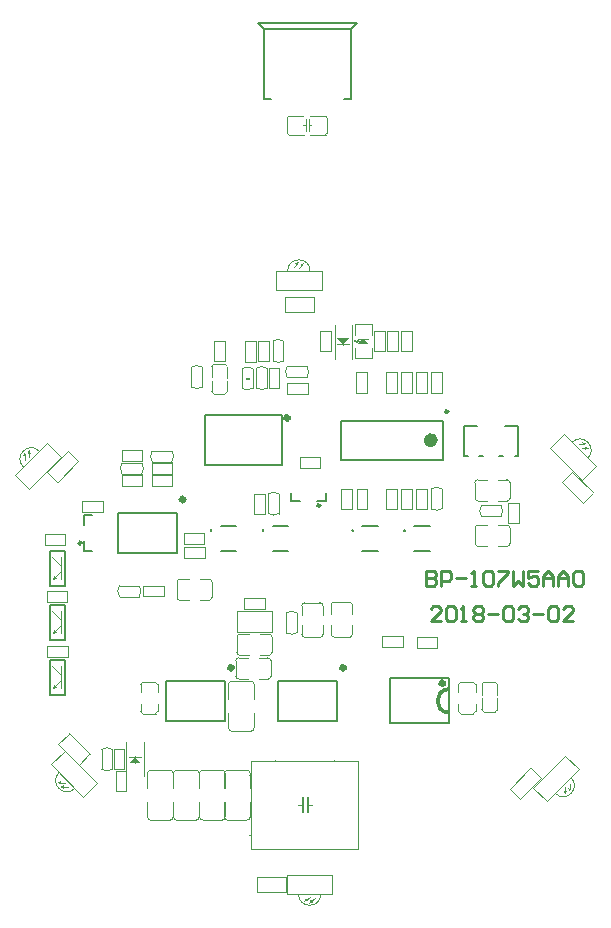
<source format=gto>
%FSLAX25Y25*%
%MOIN*%
G70*
G01*
G75*
%ADD10C,0.00787*%
%ADD11C,0.01181*%
%ADD12C,0.01969*%
%ADD13O,0.07874X0.11811*%
%ADD14O,0.15748X0.11811*%
%ADD15R,0.03543X0.02362*%
%ADD16R,0.02362X0.01969*%
%ADD17R,0.04921X0.02756*%
%ADD18R,0.02756X0.04921*%
%ADD19R,0.01969X0.02362*%
%ADD20R,0.06693X0.03543*%
%ADD21O,0.02362X0.05512*%
%ADD22R,0.03543X0.03937*%
%ADD23R,0.01575X0.04724*%
%ADD24R,0.03150X0.07874*%
%ADD25R,0.02362X0.07874*%
%ADD26O,0.07480X0.12992*%
G04:AMPARAMS|DCode=27|XSize=23.62mil|YSize=35.43mil|CornerRadius=0mil|HoleSize=0mil|Usage=FLASHONLY|Rotation=135.000|XOffset=0mil|YOffset=0mil|HoleType=Round|Shape=Rectangle|*
%AMROTATEDRECTD27*
4,1,4,0.02088,0.00418,-0.00418,-0.02088,-0.02088,-0.00418,0.00418,0.02088,0.02088,0.00418,0.0*
%
%ADD27ROTATEDRECTD27*%

%ADD28R,0.02362X0.03543*%
%ADD29R,0.01969X0.01575*%
%ADD30R,0.03937X0.03543*%
%ADD31R,0.01575X0.03937*%
%ADD32O,0.02362X0.07874*%
%ADD33R,0.02362X0.05512*%
%ADD34R,0.03150X0.05118*%
%ADD35R,0.03937X0.02756*%
G04:AMPARAMS|DCode=36|XSize=23.62mil|YSize=35.43mil|CornerRadius=0mil|HoleSize=0mil|Usage=FLASHONLY|Rotation=225.000|XOffset=0mil|YOffset=0mil|HoleType=Round|Shape=Rectangle|*
%AMROTATEDRECTD36*
4,1,4,-0.00418,0.02088,0.02088,-0.00418,0.00418,-0.02088,-0.02088,0.00418,-0.00418,0.02088,0.0*
%
%ADD36ROTATEDRECTD36*%

%ADD37R,0.04724X0.03543*%
%ADD38R,0.03937X0.04724*%
G04:AMPARAMS|DCode=39|XSize=19.69mil|YSize=39.37mil|CornerRadius=0mil|HoleSize=0mil|Usage=FLASHONLY|Rotation=45.000|XOffset=0mil|YOffset=0mil|HoleType=Round|Shape=Rectangle|*
%AMROTATEDRECTD39*
4,1,4,0.00696,-0.02088,-0.02088,0.00696,-0.00696,0.02088,0.02088,-0.00696,0.00696,-0.02088,0.0*
%
%ADD39ROTATEDRECTD39*%

G04:AMPARAMS|DCode=40|XSize=19.69mil|YSize=39.37mil|CornerRadius=0mil|HoleSize=0mil|Usage=FLASHONLY|Rotation=135.000|XOffset=0mil|YOffset=0mil|HoleType=Round|Shape=Rectangle|*
%AMROTATEDRECTD40*
4,1,4,0.02088,0.00696,-0.00696,-0.02088,-0.02088,-0.00696,0.00696,0.02088,0.02088,0.00696,0.0*
%
%ADD40ROTATEDRECTD40*%

%ADD41R,0.01969X0.03937*%
%ADD42C,0.07874*%
%ADD43C,0.03937*%
%ADD44C,0.05906*%
%ADD45C,0.04724*%
%ADD46C,0.11811*%
%ADD47R,0.09645X0.14900*%
%ADD48R,0.29300X0.12570*%
%ADD49R,0.06400X0.17200*%
%ADD50R,0.19291X0.03830*%
%ADD51R,0.05906X0.13780*%
%ADD52R,0.08661X0.14173*%
%ADD53R,0.05512X0.13780*%
%ADD54R,0.14567X0.16142*%
%ADD55R,0.15182X0.11426*%
%ADD56R,0.05300X0.03507*%
%ADD57R,0.24200X0.17200*%
%ADD58O,0.05906X0.07874*%
%ADD59C,0.02362*%
%ADD60C,0.09843*%
%ADD61O,0.07874X0.05906*%
%ADD62R,0.07874X0.05906*%
%ADD63R,0.07500X0.30800*%
%ADD64R,0.10581X0.53500*%
%ADD65C,0.00394*%
%ADD66C,0.00197*%
%ADD67C,0.00984*%
%ADD68C,0.01000*%
%ADD69C,0.02362*%
%ADD70C,0.00591*%
%ADD71C,0.00800*%
%ADD72C,0.00500*%
%ADD73C,0.00200*%
%ADD74C,0.00400*%
G36*
X-82445Y-60793D02*
X-82237Y-61335D01*
X-83698Y-60793D01*
X-82306Y-60236D01*
X-82445Y-60793D01*
D02*
G37*
G36*
X87054Y-64009D02*
X86497Y-62617D01*
X87054Y-62757D01*
X87597Y-62548D01*
X87054Y-64009D01*
D02*
G37*
G36*
X-93997Y48001D02*
X-94554Y48141D01*
X-95097Y47932D01*
X-94554Y49393D01*
X-93997Y48001D01*
D02*
G37*
G36*
X-55791Y-54181D02*
X-59791D01*
X-57791Y-52181D01*
X-55791Y-54181D01*
D02*
G37*
G36*
X-486Y-99818D02*
X46Y-100054D01*
X-1372Y-100704D01*
X-781Y-99326D01*
X-486Y-99818D01*
D02*
G37*
G36*
X1187Y-100212D02*
X1719Y-100448D01*
X302Y-101098D01*
X892Y-99720D01*
X1187Y-100212D01*
D02*
G37*
G36*
X-81541Y-62254D02*
X-81332Y-62797D01*
X-82793Y-62254D01*
X-81401Y-61697D01*
X-81541Y-62254D01*
D02*
G37*
G36*
X85593Y-64914D02*
X85036Y-63522D01*
X85593Y-63661D01*
X86136Y-63452D01*
X85593Y-64914D01*
D02*
G37*
G36*
X15265Y86174D02*
Y86843D01*
X15934D01*
X15265Y86174D01*
D02*
G37*
G36*
X19979Y85406D02*
X16633D01*
X18306Y87374D01*
X19979Y85406D01*
D02*
G37*
G36*
X-3692Y111520D02*
X-3987Y112012D01*
X-4519Y112248D01*
X-3102Y112898D01*
X-3692Y111520D01*
D02*
G37*
G36*
X-2019Y111126D02*
X-2314Y111618D01*
X-2846Y111854D01*
X-1428Y112504D01*
X-2019Y111126D01*
D02*
G37*
G36*
X93698Y50693D02*
X92306Y50136D01*
X92445Y50693D01*
X92237Y51236D01*
X93698Y50693D01*
D02*
G37*
G36*
X-92536Y48906D02*
X-93093Y49045D01*
X-93635Y48837D01*
X-93093Y50298D01*
X-92536Y48906D01*
D02*
G37*
G36*
X11556Y85371D02*
X9556Y87371D01*
X13556D01*
X11556Y85371D01*
D02*
G37*
G36*
X92793Y52154D02*
X91401Y51597D01*
X91541Y52154D01*
X91332Y52697D01*
X92793Y52154D01*
D02*
G37*
D10*
X9549Y-26853D02*
X9549Y-40239D01*
X-10136Y-26853D02*
X9549Y-26853D01*
X-10136Y-40239D02*
X-10136Y-26853D01*
Y-40239D02*
X9549D01*
X-27853Y-26853D02*
X-27853Y-40239D01*
X-47538Y-26853D02*
X-27853Y-26853D01*
X-47538Y-40239D02*
X-47538Y-26853D01*
Y-40239D02*
X-27853D01*
X6005Y32930D02*
Y35686D01*
X2856Y32930D02*
X6005D01*
X-5805D02*
Y35686D01*
Y32930D02*
X-2656D01*
X-74845Y16541D02*
X-72089D01*
X-74845D02*
Y19691D01*
Y28352D02*
X-72089D01*
X-74845Y25202D02*
Y28352D01*
X-16935Y192304D02*
X16135D01*
X-16935D02*
X-14967Y190335D01*
X14167D02*
X16135Y192304D01*
X-14967Y167107D02*
X-12400D01*
X11800D02*
X14167D01*
X-14967D02*
Y190335D01*
X14167Y167107D02*
Y190335D01*
X-14967D02*
X14167D01*
X27265Y-41026D02*
X46950D01*
X27265D02*
X27265Y-26065D01*
X46950Y-26065D01*
X46950Y-41026D01*
X10753Y59828D02*
X44709D01*
X10753Y46738D02*
X44709D01*
Y59828D01*
X10733Y46738D02*
Y59828D01*
X-63635Y15847D02*
X-43950D01*
X-63635D02*
X-63635Y29233D01*
X-43950Y29233D01*
X-43950D02*
X-43950Y15847D01*
X-1820Y-70692D02*
Y-65606D01*
X-243Y-70728D02*
Y-65642D01*
D11*
X46559Y-29628D02*
G03*
X46559Y-37463I392J-3918D01*
G01*
D12*
X11969Y-22522D02*
G03*
X11969Y-22522I-423J0D01*
G01*
X-25432D02*
G03*
X-25432Y-22522I-423J0D01*
G01*
X-6740Y60758D02*
G03*
X-6740Y60758I-423J0D01*
G01*
X45040Y-27691D02*
G03*
X45040Y-27691I-423J0D01*
G01*
X-41530Y33564D02*
G03*
X-41530Y33564I-423J0D01*
G01*
D65*
X-27900Y68775D02*
G03*
X-27113Y69562I-0J787D01*
G01*
X-32287D02*
G03*
X-31500Y68775I787J0D01*
G01*
Y78775D02*
G03*
X-32287Y77987I0J-787D01*
G01*
X-27113D02*
G03*
X-27900Y78775I-787J0D01*
G01*
X14643Y-1677D02*
G03*
X13659Y-693I-984J0D01*
G01*
X8541D02*
G03*
X7557Y-1677I0J-984D01*
G01*
X13659Y-12307D02*
G03*
X14643Y-11323I0J984D01*
G01*
X7557D02*
G03*
X8541Y-12307I984J0D01*
G01*
X4824Y-1754D02*
G03*
X3840Y-770I-984J0D01*
G01*
X-1278D02*
G03*
X-2262Y-1754I0J-984D01*
G01*
X3840Y-12384D02*
G03*
X4824Y-11400I0J984D01*
G01*
X-2262D02*
G03*
X-1278Y-12384I984J0D01*
G01*
X56480Y40220D02*
G03*
X55496Y39236I0J-984D01*
G01*
Y34118D02*
G03*
X56480Y33134I984J0D01*
G01*
X67110Y39236D02*
G03*
X66126Y40220I-984J0D01*
G01*
Y33134D02*
G03*
X67110Y34118I0J984D01*
G01*
X66224Y17962D02*
G03*
X67209Y18946I0J984D01*
G01*
Y24064D02*
G03*
X66224Y25048I-984J0D01*
G01*
X55594Y18946D02*
G03*
X56579Y17962I984J0D01*
G01*
Y25048D02*
G03*
X55594Y24064I0J-984D01*
G01*
X-42823Y7043D02*
G03*
X-43807Y6059I0J-984D01*
G01*
Y941D02*
G03*
X-42823Y-43I984J0D01*
G01*
X-32193Y6059D02*
G03*
X-33177Y7043I-984J0D01*
G01*
Y-43D02*
G03*
X-32193Y941I0J984D01*
G01*
X-22833Y-11302D02*
G03*
X-23817Y-12286I0J-984D01*
G01*
Y-17404D02*
G03*
X-22833Y-18388I984J0D01*
G01*
X-12203Y-12286D02*
G03*
X-13187Y-11302I-984J0D01*
G01*
Y-18388D02*
G03*
X-12203Y-17404I0J984D01*
G01*
X-23227Y-19176D02*
G03*
X-24211Y-20160I0J-984D01*
G01*
Y-25278D02*
G03*
X-23227Y-26262I984J0D01*
G01*
X-12597Y-20160D02*
G03*
X-13581Y-19176I-984J0D01*
G01*
Y-26262D02*
G03*
X-12597Y-25278I0J984D01*
G01*
X-52394Y-56619D02*
G03*
X-53675Y-57900I0J-1281D01*
G01*
X-45013Y-57891D02*
G03*
X-46294Y-56609I-1281J0D01*
G01*
X-53675Y-72083D02*
G03*
X-52394Y-73364I1281J0D01*
G01*
X-46294Y-73354D02*
G03*
X-45013Y-72073I0J1281D01*
G01*
X58536Y-27168D02*
G03*
X57749Y-27955I0J-787D01*
G01*
X62924D02*
G03*
X62136Y-27168I-787J0D01*
G01*
Y-37168D02*
G03*
X62924Y-36380I-0J787D01*
G01*
X57749D02*
G03*
X58536Y-37168I787J0D01*
G01*
X50002Y-37068D02*
G03*
X50769Y-37835I767J0D01*
G01*
X54943D02*
G03*
X55710Y-37068I0J767D01*
G01*
X50769Y-27288D02*
G03*
X50002Y-28055I0J-767D01*
G01*
X55710D02*
G03*
X54943Y-27288I-767J-0D01*
G01*
X-35071Y-56597D02*
G03*
X-36352Y-57878I0J-1281D01*
G01*
X-27690Y-57869D02*
G03*
X-28971Y-56587I-1281J0D01*
G01*
X-36352Y-72061D02*
G03*
X-35071Y-73342I1281J0D01*
G01*
X-28971Y-73332D02*
G03*
X-27690Y-72051I0J1281D01*
G01*
X-26750Y-56632D02*
G03*
X-28031Y-57913I0J-1281D01*
G01*
X-19369Y-57904D02*
G03*
X-20650Y-56623I-1281J0D01*
G01*
X-28031Y-72096D02*
G03*
X-26750Y-73377I1281J0D01*
G01*
X-20650Y-73368D02*
G03*
X-19369Y-72087I0J1281D01*
G01*
X-19291Y-43685D02*
G03*
X-18010Y-42404I0J1281D01*
G01*
X-26672Y-42413D02*
G03*
X-25391Y-43694I1281J0D01*
G01*
X-18010Y-28221D02*
G03*
X-19291Y-26940I-1281J0D01*
G01*
X-25390Y-26950D02*
G03*
X-26672Y-28231I0J-1281D01*
G01*
X-50195Y-28055D02*
G03*
X-50963Y-27288I-767J-0D01*
G01*
X-55137D02*
G03*
X-55904Y-28055I0J-767D01*
G01*
X-50963Y-37835D02*
G03*
X-50195Y-37068I0J767D01*
G01*
X-55904D02*
G03*
X-55137Y-37835I767J0D01*
G01*
X-43729Y-56619D02*
G03*
X-45010Y-57900I0J-1281D01*
G01*
X-36349Y-57891D02*
G03*
X-37630Y-56609I-1281J0D01*
G01*
X-45011Y-72083D02*
G03*
X-43730Y-73364I1281J0D01*
G01*
X-37630Y-73354D02*
G03*
X-36349Y-72073I0J1281D01*
G01*
X-6500Y161300D02*
G03*
X-7013Y160787I0J-513D01*
G01*
X-7005Y155714D02*
G03*
X-6492Y155201I513J0D01*
G01*
X5700Y155187D02*
G03*
X6213Y155700I-0J513D01*
G01*
X6213Y160787D02*
G03*
X5700Y161300I-513J-0D01*
G01*
X-89752Y49741D02*
G03*
X-95041Y44452I-2645J-2645D01*
G01*
X-83141Y-57452D02*
G03*
X-77852Y-62741I2645J-2645D01*
G01*
X-3340Y-97948D02*
G03*
X4140Y-97948I3740J0D01*
G01*
X82252Y-64357D02*
G03*
X87541Y-59068I2645J2645D01*
G01*
X93141Y47352D02*
G03*
X87852Y52641I-2645J2645D01*
G01*
X540Y109748D02*
G03*
X-6940Y109748I-3740J0D01*
G01*
X-31600Y68775D02*
X-28000D01*
X-27100Y69675D02*
Y73175D01*
X-32300Y69475D02*
Y73175D01*
Y74275D02*
Y78075D01*
X-27100Y74175D02*
Y77875D01*
X-31600Y78775D02*
X-28000D01*
X14643Y-4728D02*
Y-1677D01*
X8443Y-693D02*
X13659D01*
X7557Y-4728D02*
Y-1677D01*
X14643Y-11323D02*
Y-8272D01*
X8541Y-12307D02*
X13758D01*
X7557Y-11323D02*
Y-8272D01*
X4825Y-4806D02*
Y-1754D01*
X-1376Y-770D02*
X3840D01*
X-2262Y-4806D02*
Y-1754D01*
X4825Y-11400D02*
Y-8349D01*
X-1278Y-12384D02*
X3939D01*
X-2262Y-11400D02*
Y-8349D01*
X56480Y40220D02*
X59531D01*
X55496Y34020D02*
Y39236D01*
X56480Y33134D02*
X59531D01*
X63075Y40220D02*
X66126D01*
X67110Y34118D02*
Y39334D01*
X63075Y33134D02*
X66126D01*
X63173Y17962D02*
X66224D01*
X67209Y18946D02*
Y24163D01*
X63173Y25049D02*
X66224D01*
X56579Y17962D02*
X59630D01*
X55594Y18848D02*
Y24064D01*
X56579Y25049D02*
X59630D01*
X-42823Y7043D02*
X-39772D01*
X-43807Y843D02*
Y6059D01*
X-42823Y-43D02*
X-39772D01*
X-36228Y7043D02*
X-33177D01*
X-32193Y941D02*
Y6157D01*
X-36228Y-43D02*
X-33177D01*
X-22833Y-11302D02*
X-19782D01*
X-23817Y-17502D02*
Y-12286D01*
X-22833Y-18388D02*
X-19782D01*
X-16239Y-11302D02*
X-13187D01*
X-12203Y-17404D02*
Y-12187D01*
X-16239Y-18388D02*
X-13187D01*
X-23227Y-19175D02*
X-20176D01*
X-24211Y-25376D02*
Y-20160D01*
X-23227Y-26262D02*
X-20176D01*
X-16632Y-19175D02*
X-13581D01*
X-12597Y-25278D02*
Y-20061D01*
X-16632Y-26262D02*
X-13581D01*
X-52394Y-56619D02*
X-46193D01*
X-45013Y-57891D02*
X-45012Y-62624D01*
X-53676D02*
X-53675Y-57900D01*
X-45013Y-72073D02*
X-45012Y-67349D01*
X-53676D02*
X-53675Y-72083D01*
X-52495Y-73354D02*
X-46294D01*
X58636Y-27168D02*
X62236D01*
X57736Y-31568D02*
Y-28068D01*
X62936Y-31568D02*
Y-27868D01*
Y-36468D02*
Y-32668D01*
X57736Y-36268D02*
Y-32568D01*
X58636Y-37168D02*
X62236D01*
X50002Y-37068D02*
Y-34628D01*
X50789Y-37835D02*
X54943D01*
X55710Y-37068D02*
Y-34628D01*
X50002Y-30494D02*
Y-28055D01*
X50769Y-27288D02*
X54923D01*
X55710Y-30494D02*
Y-28055D01*
X-35071Y-56597D02*
X-28870D01*
X-27690Y-57869D02*
X-27689Y-62602D01*
X-36353D02*
X-36352Y-57878D01*
X-27690Y-72051D02*
X-27689Y-67327D01*
X-36353D02*
X-36352Y-72061D01*
X-35172Y-73332D02*
X-28971D01*
X-26750Y-56632D02*
X-20549D01*
X-19369Y-57904D02*
X-19368Y-62638D01*
X-28032D02*
X-28031Y-57913D01*
X-19369Y-72087D02*
X-19368Y-67362D01*
X-28032D02*
X-28031Y-72096D01*
X-26851Y-73368D02*
X-20650D01*
X-25492Y-43685D02*
X-19291D01*
X-26673Y-37679D02*
X-26672Y-42413D01*
X-18010Y-42404D02*
X-18009Y-37679D01*
X-26673Y-32955D02*
X-26672Y-28231D01*
X-18010Y-28221D02*
X-18009Y-32955D01*
X-25390Y-26950D02*
X-19190D01*
X-50195Y-30494D02*
Y-28055D01*
X-55137Y-27288D02*
X-50983D01*
X-55904Y-30494D02*
Y-28055D01*
X-50195Y-37068D02*
Y-34628D01*
X-55116Y-37835D02*
X-50963D01*
X-55904Y-37068D02*
Y-34628D01*
X-43729Y-56619D02*
X-37528D01*
X-36349Y-57891D02*
X-36347Y-62624D01*
X-45012D02*
X-45011Y-57900D01*
X-36349Y-72073D02*
X-36347Y-67349D01*
X-45012D02*
X-45011Y-72083D01*
X-43831Y-73354D02*
X-37630D01*
X91468Y32438D02*
X94933Y35903D01*
X88003Y42833D02*
X94862Y35974D01*
X84538Y39368D02*
X88003Y42833D01*
X84467Y39297D02*
X91397Y32367D01*
X-17200Y-97100D02*
Y-92200D01*
X-17100Y-97100D02*
X-7400D01*
Y-92200D01*
X-17200Y-92100D02*
X-7400D01*
X-23817Y-10514D02*
Y-3428D01*
X-23817Y-10514D02*
X-12203Y-10514D01*
X-12203D02*
Y-3427D01*
X-23817D02*
X-12203D01*
X9556Y85571D02*
X13456Y85571D01*
X11556Y87571D02*
X11556Y85171D01*
X14410Y80522D02*
X14410Y91857D01*
X8702Y80522D02*
Y91857D01*
X14410Y84812D02*
X14410Y81289D01*
X8702Y84812D02*
X8702Y81289D01*
X14410Y87568D02*
Y91090D01*
X8702D02*
X8702Y87568D01*
X21091Y92058D02*
X21091Y88556D01*
X15383Y88555D02*
X15383Y92058D01*
X21091Y92058D01*
X16277Y86711D02*
X16885Y86255D01*
X16673Y87202D02*
X19959Y87202D01*
X15599Y86508D02*
X16208Y86052D01*
X16208Y86843D01*
X15383Y80723D02*
X21091Y80723D01*
X21091Y84225D01*
X15383Y84225D02*
X15383Y80723D01*
X-7900Y96000D02*
Y100900D01*
X-7800Y96000D02*
X1900D01*
Y100900D01*
X-7900Y101000D02*
X1900D01*
X-80203Y49833D02*
X-76738Y46368D01*
X-87133Y42903D02*
X-80274Y49762D01*
X-87133Y42903D02*
X-83668Y39438D01*
X-83597Y39367D02*
X-76667Y46297D01*
X-59691Y-52381D02*
X-55791D01*
X-57791Y-54381D02*
Y-51981D01*
X-60646Y-58667D02*
Y-47333D01*
X-54937Y-58667D02*
Y-47333D01*
X-60646Y-51622D02*
Y-48100D01*
X-54937Y-51622D02*
Y-48100D01*
X-60646Y-57900D02*
Y-54378D01*
X-54937Y-57900D02*
Y-54378D01*
X-83407Y-47903D02*
X-79943Y-44438D01*
X-83337Y-47974D02*
X-76478Y-54833D01*
X-73013Y-51368D01*
X-79872Y-44367D02*
X-72942Y-51297D01*
X67138Y-62868D02*
X70603Y-66333D01*
X70674Y-66262D02*
X77533Y-59403D01*
X74068Y-55938D02*
X77533Y-59403D01*
X67067Y-62797D02*
X73997Y-55867D01*
X-6500Y161300D02*
X-1672D01*
X-7010Y155710D02*
Y160797D01*
X-6400Y155200D02*
X-1600D01*
X-913Y156324D02*
Y160504D01*
X131Y156351D02*
X135Y160461D01*
X-1724Y158300D02*
X-1184Y158304D01*
X288Y158292D02*
X977D01*
X495Y155200D02*
X5700D01*
X6213Y155700D02*
Y160786D01*
X495Y161300D02*
X5700D01*
X-97756Y41738D02*
X-87038Y52456D01*
X-82444Y47862D01*
X-97756Y41738D02*
X-93162Y37144D01*
X-82444Y47862D01*
X-94554Y48419D02*
Y48419D01*
Y46749D02*
Y48419D01*
X-93093Y47653D02*
Y49324D01*
X-93093Y49324D02*
X-93093Y49324D01*
X-82724Y-60793D02*
X-82724Y-60793D01*
X-81054D01*
X-81819Y-62254D02*
X-80149D01*
X-81819D02*
X-81819D01*
X-81262Y-50144D02*
X-70544Y-60862D01*
X-75138Y-65456D02*
X-70544Y-60862D01*
X-85856Y-54738D02*
X-81262Y-50144D01*
X-85856Y-54738D02*
X-75138Y-65456D01*
X-7179Y-97948D02*
X7979D01*
X-7179D02*
Y-91452D01*
X7979Y-97948D02*
Y-91452D01*
X-7179D02*
X7979D01*
X991Y-100409D02*
Y-100409D01*
X2172Y-99228D01*
X-683Y-100015D02*
X498Y-98834D01*
X-683Y-100015D02*
Y-100015D01*
X85593Y-63940D02*
X85593Y-63940D01*
X85593Y-63940D02*
Y-62269D01*
X87054Y-63035D02*
Y-61365D01*
Y-63035D02*
Y-63035D01*
X74944Y-62478D02*
X85662Y-51760D01*
X90256Y-56354D01*
X74944Y-62478D02*
X79538Y-67071D01*
X90256Y-56354D01*
X85138Y55356D02*
X95856Y44638D01*
X91262Y40044D02*
X95856Y44638D01*
X80544Y50762D02*
X85138Y55356D01*
X80544Y50762D02*
X91262Y40044D01*
X91819Y52154D02*
X91819D01*
X90149D02*
X91819D01*
X91053Y50693D02*
X92724D01*
X92724Y50693D01*
X-2117Y111815D02*
Y111815D01*
X-3298Y110634D02*
X-2117Y111815D01*
X-4972Y111028D02*
X-3791Y112209D01*
Y112209D01*
X-10779Y103252D02*
X4379D01*
X-10779D02*
Y109748D01*
X4379Y103252D02*
Y109748D01*
X-10779D02*
X4379D01*
X8600Y-53622D02*
Y-53222D01*
X-11200Y-53500D02*
Y-53200D01*
X-19016Y-82964D02*
Y-53436D01*
X-19000Y-82964D02*
X16400D01*
X-19700Y-78100D02*
X-19200D01*
X-19800Y-58358D02*
X-19100D01*
X-18900Y-53436D02*
X16400D01*
X16417Y-82964D02*
Y-53436D01*
D66*
X-65408Y-49713D02*
G03*
X-68939Y-49688I-1784J-2596D01*
G01*
X-68942Y-56302D02*
G03*
X-65359Y-56292I1784J2596D01*
G01*
X-11842Y79800D02*
G03*
X-8312Y79775I1784J2596D01*
G01*
X-8309Y86389D02*
G03*
X-11891Y86379I-1784J-2596D01*
G01*
X-3781Y-4225D02*
G03*
X-7311Y-4200I-1784J-2596D01*
G01*
X-7314Y-10814D02*
G03*
X-3732Y-10804I1784J2596D01*
G01*
X57635Y31520D02*
G03*
X57609Y27990I2596J-1784D01*
G01*
X64224Y27987D02*
G03*
X64214Y31569I-2596J1784D01*
G01*
X44458Y37119D02*
G03*
X40928Y37144I-1784J-2596D01*
G01*
X40925Y30530D02*
G03*
X44507Y30540I1784J2596D01*
G01*
X-38919Y71100D02*
G03*
X-35389Y71075I1784J2596D01*
G01*
X-35386Y77689D02*
G03*
X-38968Y77679I-1784J-2596D01*
G01*
X-13781Y77350D02*
G03*
X-17311Y77375I-1784J-2596D01*
G01*
X-17314Y70761D02*
G03*
X-13732Y70771I1784J2596D01*
G01*
X-13419Y28900D02*
G03*
X-9889Y28875I1784J2596D01*
G01*
X-9886Y35489D02*
G03*
X-13468Y35479I-1784J-2596D01*
G01*
X-18500Y77204D02*
G03*
X-22045Y77220I-1784J-2596D01*
G01*
X-22100Y70604D02*
G03*
X-18625Y70665I1691J2657D01*
G01*
X-45498Y46217D02*
G03*
X-45473Y49747I-2596J1784D01*
G01*
X-52087Y49750D02*
G03*
X-52077Y46168I2596J-1784D01*
G01*
X-7075Y77894D02*
G03*
X-7100Y74363I2596J-1784D01*
G01*
X-486Y74361D02*
G03*
X-496Y77943I-2596J1784D01*
G01*
X-55537Y42181D02*
G03*
X-55512Y45711I-2596J1784D01*
G01*
X-62126Y45714D02*
G03*
X-62116Y42132I2596J-1784D01*
G01*
X-56425Y1281D02*
G03*
X-56400Y4811I-2596J1784D01*
G01*
X-63014Y4814D02*
G03*
X-63004Y1232I2596J-1784D01*
G01*
X-65342Y-56204D02*
X-65341Y-49760D01*
X-68942Y-56282D02*
X-68941Y-49685D01*
X-11910Y79847D02*
X-11909Y86291D01*
X-8309Y79772D02*
X-8309Y86369D01*
X-3714Y-10716D02*
X-3714Y-4272D01*
X-7314Y-10795D02*
X-7314Y-4198D01*
X57681Y31587D02*
X64125Y31587D01*
X57607Y27987D02*
X64204Y27987D01*
X44525Y30628D02*
X44525Y37072D01*
X40925Y30550D02*
X40925Y37146D01*
X-38986Y71147D02*
X-38986Y77591D01*
X-35386Y71072D02*
X-35386Y77669D01*
X-13714Y70859D02*
X-13714Y77303D01*
X-17314Y70780D02*
X-17314Y77377D01*
X-13486Y28946D02*
X-13486Y35391D01*
X-9886Y28872D02*
X-9886Y35469D01*
X-20962Y73808D02*
X-19651Y73806D01*
X-20953Y74228D02*
X-19642Y74226D01*
X-22100Y70604D02*
X-22100Y77204D01*
X-18500Y70804D02*
Y77204D01*
X-51989Y46150D02*
X-45544Y46149D01*
X-52067Y49750D02*
X-45470Y49750D01*
X-7028Y77961D02*
X-584Y77961D01*
X-7102Y74361D02*
X-506Y74361D01*
X-62028Y42114D02*
X-55584Y42114D01*
X-62107Y45714D02*
X-55510Y45714D01*
X-62916Y1214D02*
X-56472Y1214D01*
X-62994Y4814D02*
X-56398Y4814D01*
X-14522Y-2765D02*
Y735D01*
X-21322D02*
X-14522D01*
X-21322Y-2865D02*
Y735D01*
Y-2865D02*
X-14522D01*
X-55100Y1300D02*
X-48300D01*
X-55100D02*
Y4900D01*
X-48300D01*
Y1400D02*
Y4900D01*
X-64160Y-63700D02*
X-60660D01*
Y-56900D01*
X-64260D02*
X-60660D01*
X-64260Y-63700D02*
Y-56900D01*
X-2800Y47775D02*
X4000D01*
Y44175D02*
Y47775D01*
X-2800Y44175D02*
X4000D01*
X-2800D02*
Y47675D01*
X-64906Y-49600D02*
X-61406D01*
X-64906Y-56400D02*
Y-49600D01*
Y-56400D02*
X-61306D01*
Y-49600D01*
X-62200Y46400D02*
X-55400D01*
X-62200D02*
Y50000D01*
X-55400D01*
Y46500D02*
Y50000D01*
X-300Y68875D02*
Y72375D01*
X-7100D02*
X-300D01*
X-7100Y68775D02*
Y72375D01*
Y68775D02*
X-300D01*
X-52173Y45699D02*
X-45373D01*
Y42099D02*
Y45699D01*
X-52173Y42099D02*
X-45373D01*
X-52173D02*
Y45599D01*
X-62212Y38063D02*
Y41563D01*
Y38063D02*
X-55412D01*
Y41663D01*
X-62212D02*
X-55412D01*
X-52173Y41663D02*
X-45373D01*
Y38063D02*
Y41663D01*
X-52173Y38063D02*
X-45373D01*
X-52173D02*
Y41563D01*
X-13200Y70675D02*
X-9700D01*
Y77475D01*
X-13300D02*
X-9700D01*
X-13300Y70675D02*
Y77475D01*
X-18100Y28675D02*
Y35475D01*
X-14500D01*
Y28675D02*
Y35475D01*
X-18000Y28675D02*
X-14500D01*
X-21000Y79507D02*
X-17500D01*
Y86307D01*
X-21100D02*
X-17500D01*
X-21100Y79507D02*
Y86307D01*
X-75400Y33100D02*
X-68600D01*
Y29500D02*
Y33100D01*
X-75400Y29500D02*
X-68600D01*
X-75400D02*
Y33000D01*
X-16700Y86421D02*
X-13200D01*
X-16700Y79620D02*
Y86421D01*
Y79620D02*
X-13100D01*
Y86421D01*
X-41520Y18700D02*
X-34720D01*
X-41520D02*
Y22300D01*
X-34720D01*
Y18800D02*
Y22300D01*
X3839Y89786D02*
X7339D01*
X3839Y82986D02*
Y89786D01*
Y82986D02*
X7439D01*
Y89786D01*
X21949Y83108D02*
Y89908D01*
X25549D01*
Y83108D02*
Y89908D01*
X22049Y83108D02*
X25549D01*
X31104D02*
X34604D01*
Y89908D01*
X31004D02*
X34604D01*
X31004Y83108D02*
Y89908D01*
X29880Y83108D02*
Y89908D01*
X26280Y83108D02*
X29880D01*
X26280D02*
Y89908D01*
X29779D01*
X-41400Y14047D02*
Y17547D01*
Y14047D02*
X-34600D01*
Y17647D01*
X-41400D02*
X-34600D01*
X24653Y-15464D02*
X31453D01*
X24653D02*
Y-11864D01*
X31453D01*
Y-15364D02*
Y-11864D01*
X36070Y-15857D02*
Y-12358D01*
Y-15857D02*
X42870D01*
Y-12257D01*
X36070D02*
X42870D01*
X44442Y69224D02*
Y76024D01*
X40842Y69224D02*
X44442D01*
X40842D02*
Y76024D01*
X44342D01*
X35823D02*
X39323D01*
X35823Y69224D02*
Y76024D01*
Y69224D02*
X39423D01*
Y76024D01*
X29383Y69224D02*
Y76024D01*
X25783Y69224D02*
X29383D01*
X25783D02*
Y76024D01*
X29283D01*
X30803D02*
X34303D01*
X30803Y69224D02*
Y76024D01*
Y69224D02*
X34403D01*
Y76024D01*
X19442Y69224D02*
Y76024D01*
X15842Y69224D02*
X19442D01*
X15842D02*
Y76024D01*
X19342D01*
X16139Y30444D02*
X19639D01*
Y37244D01*
X16039D02*
X19639D01*
X16039Y30444D02*
Y37244D01*
X11020Y30444D02*
Y37244D01*
X14619D01*
Y30444D02*
Y37244D01*
X11119Y30444D02*
X14619D01*
X35823Y37244D02*
X39323D01*
X35823Y30444D02*
Y37244D01*
Y30444D02*
X39423D01*
Y37244D01*
X25980Y30444D02*
Y37244D01*
X29580D01*
Y30444D02*
Y37244D01*
X26080Y30444D02*
X29580D01*
X31100D02*
X34600D01*
Y37244D01*
X31000D02*
X34600D01*
X31000Y30444D02*
Y37244D01*
X-27816Y79708D02*
Y86508D01*
X-31416Y79708D02*
X-27816D01*
X-31416D02*
Y86508D01*
X-27916D01*
X66690Y25600D02*
X70190D01*
Y32400D01*
X66590D02*
X70190D01*
X66590Y25600D02*
Y32400D01*
X-87900Y18576D02*
X-81100D01*
X-87900D02*
Y22176D01*
X-81100D01*
Y18676D02*
Y22176D01*
X-87000Y-18924D02*
Y-15424D01*
Y-18924D02*
X-80200D01*
Y-15324D01*
X-87000D02*
X-80200D01*
X-87300Y2976D02*
X-80500D01*
Y-624D02*
Y2976D01*
X-87300Y-624D02*
X-80500D01*
X-87300D02*
Y2876D01*
D67*
X3939Y31650D02*
G03*
X3939Y31650I-492J0D01*
G01*
X-75632Y19100D02*
G03*
X-75632Y19100I-492J0D01*
G01*
X46560Y62880D02*
G03*
X46560Y62880I-492J0D01*
G01*
D68*
X32081Y23160D02*
G03*
X32081Y23160I-32J0D01*
G01*
X14758D02*
G03*
X14758Y23160I-32J0D01*
G01*
X-32486D02*
G03*
X-32486Y23160I-32J0D01*
G01*
X-15163D02*
G03*
X-15163Y23160I-32J0D01*
G01*
X39200Y9898D02*
Y4900D01*
X41699D01*
X42532Y5733D01*
Y6566D01*
X41699Y7399D01*
X39200D01*
X41699D01*
X42532Y8232D01*
Y9065D01*
X41699Y9898D01*
X39200D01*
X44198Y4900D02*
Y9898D01*
X46698D01*
X47531Y9065D01*
Y7399D01*
X46698Y6566D01*
X44198D01*
X49197Y7399D02*
X52529D01*
X54195Y4900D02*
X55861D01*
X55028D01*
Y9898D01*
X54195Y9065D01*
X58360D02*
X59193Y9898D01*
X60860D01*
X61693Y9065D01*
Y5733D01*
X60860Y4900D01*
X59193D01*
X58360Y5733D01*
Y9065D01*
X63359Y9898D02*
X66691D01*
Y9065D01*
X63359Y5733D01*
Y4900D01*
X68357Y9898D02*
Y4900D01*
X70023Y6566D01*
X71689Y4900D01*
Y9898D01*
X76688D02*
X73356D01*
Y7399D01*
X75022Y8232D01*
X75855D01*
X76688Y7399D01*
Y5733D01*
X75855Y4900D01*
X74189D01*
X73356Y5733D01*
X78354Y4900D02*
Y8232D01*
X80020Y9898D01*
X81686Y8232D01*
Y4900D01*
Y7399D01*
X78354D01*
X83352Y4900D02*
Y8232D01*
X85018Y9898D01*
X86685Y8232D01*
Y4900D01*
Y7399D01*
X83352D01*
X88351Y9065D02*
X89184Y9898D01*
X90850D01*
X91683Y9065D01*
Y5733D01*
X90850Y4900D01*
X89184D01*
X88351Y5733D01*
Y9065D01*
X44175Y-7000D02*
X40842D01*
X44175Y-3668D01*
Y-2835D01*
X43341Y-2002D01*
X41675D01*
X40842Y-2835D01*
X45841D02*
X46674Y-2002D01*
X48340D01*
X49173Y-2835D01*
Y-6167D01*
X48340Y-7000D01*
X46674D01*
X45841Y-6167D01*
Y-2835D01*
X50839Y-7000D02*
X52505D01*
X51672D01*
Y-2002D01*
X50839Y-2835D01*
X55004D02*
X55838Y-2002D01*
X57504D01*
X58337Y-2835D01*
Y-3668D01*
X57504Y-4501D01*
X58337Y-5334D01*
Y-6167D01*
X57504Y-7000D01*
X55838D01*
X55004Y-6167D01*
Y-5334D01*
X55838Y-4501D01*
X55004Y-3668D01*
Y-2835D01*
X55838Y-4501D02*
X57504D01*
X60003D02*
X63335D01*
X65001Y-2835D02*
X65834Y-2002D01*
X67500D01*
X68333Y-2835D01*
Y-6167D01*
X67500Y-7000D01*
X65834D01*
X65001Y-6167D01*
Y-2835D01*
X69999D02*
X70833Y-2002D01*
X72499D01*
X73332Y-2835D01*
Y-3668D01*
X72499Y-4501D01*
X71666D01*
X72499D01*
X73332Y-5334D01*
Y-6167D01*
X72499Y-7000D01*
X70833D01*
X69999Y-6167D01*
X74998Y-4501D02*
X78330D01*
X79996Y-2835D02*
X80829Y-2002D01*
X82495D01*
X83329Y-2835D01*
Y-6167D01*
X82495Y-7000D01*
X80829D01*
X79996Y-6167D01*
Y-2835D01*
X88327Y-7000D02*
X84995D01*
X88327Y-3668D01*
Y-2835D01*
X87494Y-2002D01*
X85828D01*
X84995Y-2835D01*
D69*
X41953Y53332D02*
G03*
X41953Y53332I-1181J0D01*
G01*
D70*
X-34535Y45109D02*
Y61644D01*
Y45109D02*
X-8944D01*
Y61644D01*
X-34535D02*
X-8944D01*
X-86259Y16519D02*
X-81141D01*
X-86259Y4708D02*
Y16519D01*
Y4708D02*
X-81141D01*
Y16519D01*
X-86259Y-1481D02*
X-81141D01*
X-86259Y-13292D02*
Y-1481D01*
Y-13292D02*
X-81141D01*
Y-1481D01*
X-86259Y-19758D02*
X-81141D01*
X-86259Y-31569D02*
Y-19758D01*
Y-31569D02*
X-81141D01*
Y-19758D01*
D71*
X69965Y57937D02*
X69965Y48094D01*
X51854D02*
Y57937D01*
Y48094D02*
X53035D01*
X68783D02*
X69965D01*
X56972D02*
X58154D01*
X63665Y48094D02*
X64846Y48094D01*
X65634Y57937D02*
X69965Y57937D01*
X51854Y57937D02*
X56185D01*
D72*
X35287Y24775D02*
X40554D01*
X35287Y16575D02*
X40562D01*
X17964Y24775D02*
X23232D01*
X17964Y16575D02*
X23239D01*
X-29280Y24775D02*
X-24013D01*
X-29280Y16575D02*
X-24005D01*
X-11958Y24775D02*
X-6690D01*
X-11958Y16575D02*
X-6682D01*
D73*
X-85287Y6956D02*
X-84771Y8184D01*
X-85287Y6956D02*
X-84141Y7507D01*
X-85287Y6956D02*
X-82598Y9645D01*
X-82574D01*
X-85306Y14361D02*
X-82645Y11700D01*
X-82578Y11094D02*
X-82574D01*
Y6960D02*
Y14271D01*
X-85287Y-11044D02*
X-84771Y-9816D01*
X-85287Y-11044D02*
X-84141Y-10493D01*
X-85287Y-11044D02*
X-82598Y-8355D01*
X-82574D01*
X-85306Y-3639D02*
X-82645Y-6300D01*
X-82578Y-6906D02*
X-82574D01*
Y-11040D02*
Y-3729D01*
X-85287Y-29320D02*
X-84771Y-28092D01*
X-85287Y-29320D02*
X-84141Y-28769D01*
X-85287Y-29320D02*
X-82598Y-26632D01*
X-82574D01*
X-85306Y-21915D02*
X-82645Y-24576D01*
X-82578Y-25183D02*
X-82574D01*
Y-29317D02*
Y-22005D01*
D74*
X-3334Y-68135D02*
X-1702D01*
X-360Y-68172D02*
X1271D01*
M02*

</source>
